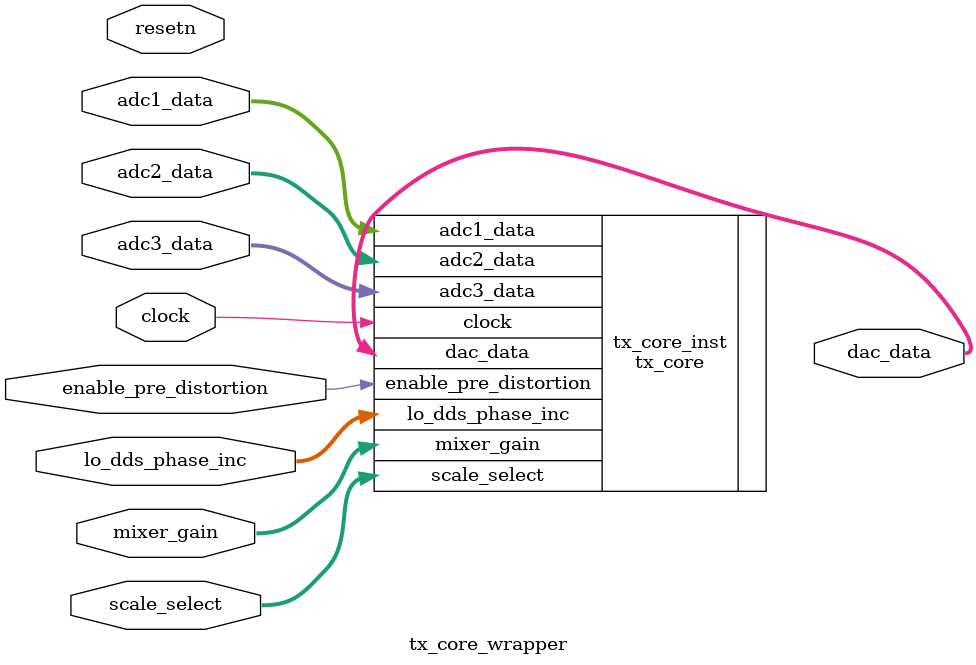
<source format=v>
`timescale 1ns / 1ps

module tx_core_wrapper
  (
    input clock,
    input resetn,
    input [7:0] mixer_gain,
    input [15:0] lo_dds_phase_inc,
    input enable_pre_distortion,
    input [3:0] scale_select,
    input [127:0] adc1_data,
    input [127:0] adc2_data,
    input [127:0] adc3_data,
    output [127:0] dac_data
  );

  tx_core tx_core_inst
          (
            .clock(clock),
            .mixer_gain(mixer_gain),
            .lo_dds_phase_inc(lo_dds_phase_inc),
            .enable_pre_distortion(enable_pre_distortion),
            .scale_select(scale_select),
            .adc1_data(adc1_data),
            .adc2_data(adc2_data),
            .adc3_data(adc3_data),
            .dac_data(dac_data)
          );

endmodule

</source>
